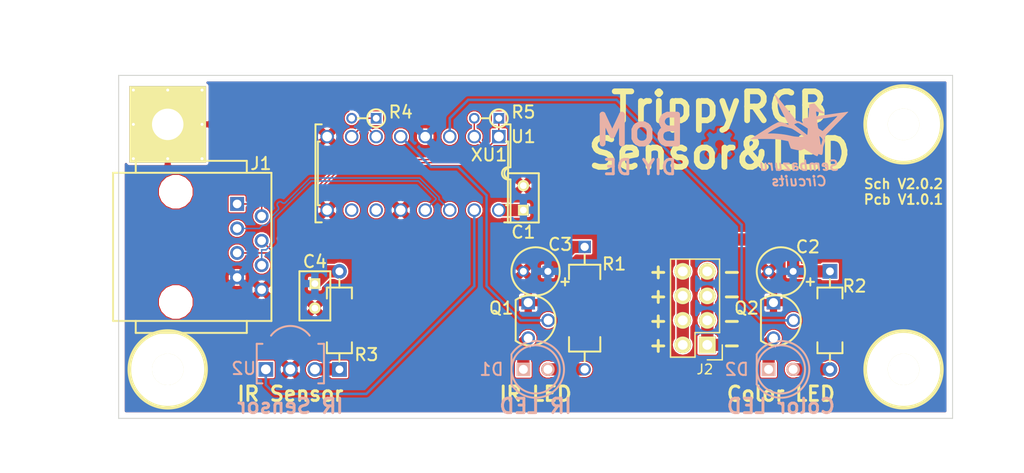
<source format=kicad_pcb>
(kicad_pcb (version 4) (host pcbnew 4.0.5)
  (title_block (title "1.0.1 Add termination resistors for differential inputs.") (date 2017-01-20) (rev "1.0.0 Initial Release to OSHPark."))
  (layers (0 F.Cu signal) (31 B.Cu signal) (34 B.Paste user) (35 F.Paste user) (36 B.SilkS user) (37 F.SilkS user) (38 B.Mask user) (39 F.Mask user) (44 Edge.Cuts user))
  (net 0 "")
  (net 1 +5V)
  (net 2 GND)
  (net 3 "Net-(D1-Pad1)")
  (net 4 "Net-(D1-Pad2)")
  (net 5 "Net-(D2-Pad1)")
  (net 6 "Net-(D2-Pad2)")
  (net 7 /~IR_Osc+)
  (net 8 /~IR_Osc-)
  (net 9 /~Sensor+)
  (net 10 /LED+)
  (net 11 /LED-)
  (net 12 /~Sensor-)
  (net 13 /LED)
  (net 14 /~IR_Osc)
  (net 15 /~Sensor)
  (net 16 "Net-(R3-Pad1)")
  (module ipc-7251TH-non-standard:TO_VISHAY_TSOP3nnnnn (layer B.Cu) (at 132.08 114.3)
    (fp_text reference U2 (at -2.286 -0.092) (layer B.SilkS) (effects (font (size 1.27 1.27) (thickness 0.2032)) (justify mirror)))
    (fp_text value TSOP32138)
    (pad 1 thru_hole rect (at 0 0) (size 1.52 1.52) (drill 1.01) (layers *.Cu *.Mask) (net 15 /~Sensor))
    (pad 2 thru_hole circle (at 2.54 0) (size 1.52 1.52) (drill 1.01) (layers *.Cu *.Mask) (net 2 GND))
    (pad 3 thru_hole circle (at 5.08 0) (size 1.52 1.52) (drill 1.01) (layers *.Cu *.Mask) (net 16 "Net-(R3-Pad1)"))
  )
  (module ipc-7251TH-standard:RESAD1270W60L900D323 (layer F.Cu) (at 165.1 101.6 270)
    (fp_text reference R1 (at 1.778 -3.048 360) (layer F.SilkS) (effects (font (size 1.27 1.27) (thickness 0.2032))))
    (fp_text value "33Ω 1/2W")
    (pad 1 thru_hole rect (at 0 0 270) (size 1.28 1.28) (drill 0.85) (layers *.Cu *.Mask) (net 1 +5V))
    (pad 2 thru_hole circle (at 12.7 0 270) (size 1.28 1.28) (drill 0.85) (layers *.Cu *.Mask) (net 4 "Net-(D1-Pad2)"))
  )
  (module ipc-7251TH-standard:RESAD1016W56L681D259 (layer F.Cu) (at 190.5 109.22 270)
    (fp_text reference R2 (at -3.556 -2.54 360) (layer F.SilkS) (effects (font (size 1.27 1.27) (thickness 0.2032))))
    (fp_text value 180Ω)
    (pad 1 thru_hole rect (at -5.08 0 270) (size 1.53 1.53) (drill 0.8128) (layers *.Cu *.Mask) (net 1 +5V))
    (pad 2 thru_hole circle (at 5.08 0 270) (size 1.53 1.53) (drill 0.8128) (layers *.Cu *.Mask) (net 6 "Net-(D2-Pad2)"))
  )
  (module ipc-7251TH-standard:RESAD1016W56L681D259 (layer F.Cu) (at 139.7 109.22 90)
    (fp_text reference R3 (at -3.556 2.794 180) (layer F.SilkS) (effects (font (size 1.27 1.27) (thickness 0.2032))))
    (fp_text value 180Ω)
    (pad 1 thru_hole rect (at -5.08 0 90) (size 1.53 1.53) (drill 0.8128) (layers *.Cu *.Mask) (net 16 "Net-(R3-Pad1)"))
    (pad 2 thru_hole circle (at 5.08 0 90) (size 1.53 1.53) (drill 0.8128) (layers *.Cu *.Mask) (net 1 +5V))
  )
  (module ipc-7251TH-standard:LEDRD254W50D500H960P (layer B.Cu) (at 185.42 114.3)
    (fp_text reference D2 (at -4.572 0) (layer B.SilkS) (effects (font (size 1.27 1.27) (thickness 0.2032)) (justify mirror)))
    (fp_text value "RGB Slow Flashing")
    (pad 1 thru_hole rect (at -1.27 0) (size 1.4 1.4) (drill 0.93) (layers *.Cu *.Mask B.SilkS) (net 5 "Net-(D2-Pad1)"))
    (pad 2 thru_hole circle (at 1.27 0) (size 1.4 1.4) (drill 0.93) (layers *.Cu *.Mask B.SilkS) (net 6 "Net-(D2-Pad2)"))
  )
  (module ipc-7251TH-standard:LEDRD254W50D500H960P (layer B.Cu) (at 160.02 114.3)
    (fp_text reference D1 (at -4.572 0) (layer B.SilkS) (effects (font (size 1.27 1.27) (thickness 0.2032)) (justify mirror)))
    (fp_text value "IR 950nm")
    (pad 1 thru_hole rect (at -1.27 0) (size 1.4 1.4) (drill 0.93) (layers *.Cu *.Mask B.SilkS) (net 3 "Net-(D1-Pad1)"))
    (pad 2 thru_hole circle (at 1.27 0) (size 1.4 1.4) (drill 0.93) (layers *.Cu *.Mask B.SilkS) (net 4 "Net-(D1-Pad2)"))
  )
  (module ipc-7251TH-standard:CAPRR254W51L508T318H660P (layer F.Cu) (at 158.75 96.52 90)
    (fp_text reference C1 (at -3.556 0 360) (layer F.SilkS) (effects (font (size 1.27 1.27) (thickness 0.2032))))
    (fp_text value 0.1µF)
    (pad 1 thru_hole rect (at -1.27 0 90) (size 1.12014 1.12014) (drill 0.70104) (layers *.Cu *.Mask F.SilkS) (net 1 +5V))
    (pad 2 thru_hole circle (at 1.27 0 90) (size 1.19888 1.19888) (drill 0.70104) (layers *.Cu *.Mask F.SilkS) (net 2 GND))
  )
  (module Pin_Headers:Pin_Header_Straight_2x04 (layer F.Cu) (at 177.8 111.76 180)
    (fp_text reference J2 (at 0.254 -2.54 180) (layer F.SilkS))
    (fp_text value CONN_02X04)
    (pad 1 thru_hole rect (at 0 0 180) (size 1.7272 1.7272) (drill 1.016) (layers *.Cu *.Mask F.SilkS) (net 5 "Net-(D2-Pad1)"))
    (pad 2 thru_hole oval (at 2.54 0 180) (size 1.7272 1.7272) (drill 1.016) (layers *.Cu *.Mask F.SilkS) (net 1 +5V))
    (pad 3 thru_hole oval (at 0 2.54 180) (size 1.7272 1.7272) (drill 1.016) (layers *.Cu *.Mask F.SilkS) (net 5 "Net-(D2-Pad1)"))
    (pad 4 thru_hole oval (at 2.54 2.54 180) (size 1.7272 1.7272) (drill 1.016) (layers *.Cu *.Mask F.SilkS) (net 1 +5V))
    (pad 5 thru_hole oval (at 0 5.08 180) (size 1.7272 1.7272) (drill 1.016) (layers *.Cu *.Mask F.SilkS) (net 5 "Net-(D2-Pad1)"))
    (pad 6 thru_hole oval (at 2.54 5.08 180) (size 1.7272 1.7272) (drill 1.016) (layers *.Cu *.Mask F.SilkS) (net 1 +5V))
    (pad 7 thru_hole oval (at 0 7.62 180) (size 1.7272 1.7272) (drill 1.016) (layers *.Cu *.Mask F.SilkS) (net 5 "Net-(D2-Pad1)"))
    (pad 8 thru_hole oval (at 2.54 7.62 180) (size 1.7272 1.7272) (drill 1.016) (layers *.Cu *.Mask F.SilkS) (net 1 +5V))
  )
  (module ipc-7251TH-standard:MTGP794H326V8P (layer F.Cu) (at 121.92 88.9)
    (fp_text reference MH1 hide)
    (fp_text value "#4 PTH" hide)
    (pad 0 thru_hole rect (at 0 0) (size 7.94 7.94) (drill 3.26) (layers *.Cu *.Mask F.SilkS) (net 2 GND))
    (pad 0 thru_hole rect (at 0 3.556) (size 0.762 0.762) (drill 0.3048) (layers *.Cu *.Mask F.SilkS) (net 2 GND))
    (pad 0 thru_hole rect (at 3.556 3.556) (size 0.762 0.762) (drill 0.3048) (layers *.Cu *.Mask F.SilkS) (net 2 GND))
    (pad 0 thru_hole rect (at 3.556 0) (size 0.762 0.762) (drill 0.3048) (layers *.Cu *.Mask F.SilkS) (net 2 GND))
    (pad 0 thru_hole rect (at 3.556 -3.556) (size 0.762 0.762) (drill 0.3048) (layers *.Cu *.Mask F.SilkS) (net 2 GND))
    (pad 0 thru_hole rect (at 0 -3.556) (size 0.762 0.762) (drill 0.3048) (layers *.Cu *.Mask F.SilkS) (net 2 GND))
    (pad 0 thru_hole rect (at -3.556 -3.556) (size 0.762 0.762) (drill 0.3048) (layers *.Cu *.Mask F.SilkS) (net 2 GND))
    (pad 0 thru_hole rect (at -3.556 0) (size 0.762 0.762) (drill 0.3048) (layers *.Cu *.Mask F.SilkS) (net 2 GND))
    (pad 0 thru_hole rect (at -3.556 3.556) (size 0.762 0.762) (drill 0.3048) (layers *.Cu *.Mask F.SilkS) (net 2 GND))
  )
  (module ipc-7251TH-standard:MTGNP794H326Z794P (layer F.Cu) (at 198.12 114.3)
    (fp_text reference MH2 hide)
    (fp_text value "#4 NPTH" hide)
    (pad "" np_thru_hole circle (at 0 0) (size 3.26 3.26) (drill 3.26) (layers *.Cu *.Mask F.SilkS) (clearance 2.34))
  )
  (module ipc-7251TH-standard:MTGNP794H326Z794P (layer F.Cu) (at 121.92 114.3)
    (fp_text reference MH3 hide)
    (fp_text value "#4 NPTH" hide)
    (pad "" np_thru_hole circle (at 0 0) (size 3.26 3.26) (drill 3.26) (layers *.Cu *.Mask F.SilkS) (clearance 2.34))
  )
  (module ipc-7251TH-standard:MTGNP794H326Z794P (layer F.Cu) (at 198.12 88.9)
    (fp_text reference MH4 hide)
    (fp_text value "#4 NPTH" hide)
    (pad "" np_thru_hole circle (at 0 0) (size 3.26 3.26) (drill 3.26) (layers *.Cu *.Mask F.SilkS) (clearance 2.34))
  )
  (module ipc-7251TH-standard:TO92184P520H734-3 (layer F.Cu) (at 160.02 109.22 270)
    (fp_text reference Q1 (at -1.27 3.556 360) (layer F.SilkS) (effects (font (size 1.27 1.27) (thickness 0.2032))))
    (fp_text value VN3205)
    (pad 1 thru_hole rect (at -1.8415 0.7685 270) (size 1.41 1.41) (drill 0.94) (layers *.Cu *.Mask) (net 2 GND))
    (pad 2 thru_hole circle (at 0 -1.30175 270) (size 1.41 1.41) (drill 0.94) (layers *.Cu *.Mask) (net 14 /~IR_Osc))
    (pad 3 thru_hole circle (at 1.8415 0.7685 270) (size 1.41 1.41) (drill 0.94) (layers *.Cu *.Mask) (net 3 "Net-(D1-Pad1)"))
  )
  (module ipc-7251TH-standard:TO92184P520H734-3 (layer F.Cu) (at 185.42 109.22 270)
    (fp_text reference Q2 (at -1.27 3.556 360) (layer F.SilkS) (effects (font (size 1.27 1.27) (thickness 0.2032))))
    (fp_text value VN3205)
    (pad 1 thru_hole rect (at -1.8415 0.7685 270) (size 1.41 1.41) (drill 0.94) (layers *.Cu *.Mask) (net 2 GND))
    (pad 2 thru_hole circle (at 0 -1.30175 270) (size 1.41 1.41) (drill 0.94) (layers *.Cu *.Mask) (net 13 /LED))
    (pad 3 thru_hole circle (at 1.8415 0.7685 270) (size 1.41 1.41) (drill 0.94) (layers *.Cu *.Mask) (net 5 "Net-(D2-Pad1)"))
  )
  (module ipc-7251TH-standard:CAPRR254W51L508T318H660P (layer F.Cu) (at 137.16 106.68 270)
    (fp_text reference C4 (at -3.556 0 360) (layer F.SilkS) (effects (font (size 1.27 1.27) (thickness 0.2032))))
    (fp_text value 0.1µF)
    (pad 1 thru_hole rect (at -1.27 0 270) (size 1.12014 1.12014) (drill 0.70104) (layers *.Cu *.Mask F.SilkS) (net 1 +5V))
    (pad 2 thru_hole circle (at 1.27 0 270) (size 1.19888 1.19888) (drill 0.70104) (layers *.Cu *.Mask F.SilkS) (net 2 GND))
  )
  (module ipc-7251TH-standard:DIPS762W45P254L2019H508Q16 (layer F.Cu) (at 147.32 93.98 180)
    (fp_text reference U1 (at -11.43 3.81 180) (layer F.SilkS) (effects (font (size 1.27 1.27) (thickness 0.2032))))
    (fp_text value 75C1168)
    (pad 1 thru_hole rect (at -8.89 3.81 180) (size 1.4 1.4) (drill 1) (layers *.Cu *.Mask) (net 11 /LED-))
    (pad 2 thru_hole circle (at -6.35 3.81 180) (size 1.4 1.4) (drill 1) (layers *.Cu *.Mask) (net 10 /LED+))
    (pad 3 thru_hole circle (at -3.81 3.81 180) (size 1.4 1.4) (drill 1) (layers *.Cu *.Mask) (net 13 /LED))
    (pad 4 thru_hole circle (at -1.27 3.81 180) (size 1.4 1.4) (drill 1) (layers *.Cu *.Mask) (net 1 +5V))
    (pad 5 thru_hole circle (at 1.27 3.81 180) (size 1.4 1.4) (drill 1) (layers *.Cu *.Mask) (net 14 /~IR_Osc))
    (pad 6 thru_hole circle (at 3.81 3.81 180) (size 1.4 1.4) (drill 1) (layers *.Cu *.Mask) (net 7 /~IR_Osc+))
    (pad 7 thru_hole circle (at 6.35 3.81 180) (size 1.4 1.4) (drill 1) (layers *.Cu *.Mask) (net 8 /~IR_Osc-))
    (pad 8 thru_hole circle (at 8.89 3.81 180) (size 1.4 1.4) (drill 1) (layers *.Cu *.Mask) (net 2 GND))
    (pad 9 thru_hole circle (at 8.89 -3.81 180) (size 1.4 1.4) (drill 1) (layers *.Cu *.Mask) (net 2 GND))
    (pad 10 thru_hole circle (at 6.35 -3.81 180) (size 1.4 1.4) (drill 1) (layers *.Cu *.Mask))
    (pad 11 thru_hole circle (at 3.81 -3.81 180) (size 1.4 1.4) (drill 1) (layers *.Cu *.Mask))
    (pad 12 thru_hole circle (at 1.27 -3.81 180) (size 1.4 1.4) (drill 1) (layers *.Cu *.Mask) (net 2 GND))
    (pad 13 thru_hole circle (at -1.27 -3.81 180) (size 1.4 1.4) (drill 1) (layers *.Cu *.Mask) (net 12 /~Sensor-))
    (pad 14 thru_hole circle (at -3.81 -3.81 180) (size 1.4 1.4) (drill 1) (layers *.Cu *.Mask) (net 9 /~Sensor+))
    (pad 15 thru_hole circle (at -6.35 -3.81 180) (size 1.4 1.4) (drill 1) (layers *.Cu *.Mask) (net 15 /~Sensor))
    (pad 16 thru_hole circle (at -8.89 -3.81 180) (size 1.4 1.4) (drill 1) (layers *.Cu *.Mask) (net 1 +5V))
  )
  (module ipc-7251TH-standard:DIPfS794W45P254L1969H508Q16 (layer F.Cu) (at 147.32 93.98 180)
    (fp_text reference XU1 (at -7.874 1.905 360) (layer F.SilkS) (effects (font (size 1.27 1.27) (thickness 0.2032))))
    (fp_text value IC_Socket16)
  )
  (module ipc-7251TH-standard:CAPPRD254W50D500H850 (layer F.Cu) (at 160.02 104.14 180)
    (fp_text reference C3 (at -2.54 2.794 180) (layer F.SilkS) (effects (font (size 1.27 1.27) (thickness 0.2032))))
    (fp_text value 1µF)
    (fp_text user + (at -3.048 -1.016 180) (layer F.SilkS) (effects (font (thickness 0.2032))))
    (pad 1 thru_hole rect (at -1.27 0 180) (size 1.12 1.12) (drill 0.72) (layers *.Cu *.Mask) (net 1 +5V))
    (pad 2 thru_hole circle (at 1.27 0 180) (size 1.12 1.12) (drill 0.72) (layers *.Cu *.Mask) (net 2 GND))
  )
  (module ipc-7251TH-standard:CAPPRD254W50D500H850 (layer F.Cu) (at 185.42 104.14 180)
    (fp_text reference C2 (at -2.794 2.54 180) (layer F.SilkS) (effects (font (size 1.27 1.27) (thickness 0.2032))))
    (fp_text value 1µF)
    (fp_text user + (at -3.048 -1.016 180) (layer F.SilkS) (effects (font (thickness 0.2032))))
    (pad 1 thru_hole rect (at -1.27 0 180) (size 1.12 1.12) (drill 0.72) (layers *.Cu *.Mask) (net 1 +5V))
    (pad 2 thru_hole circle (at 1.27 0 180) (size 1.12 1.12) (drill 0.72) (layers *.Cu *.Mask) (net 2 GND))
  )
  (module ipc-7251TH-connectors:WURTH_615008144221 (layer F.Cu) (at 129.11 97.15 270)
    (fp_text reference J1 (at -4.186 -2.462 360) (layer F.SilkS) (effects (font (size 1.27 1.27) (thickness 0.2032))))
    (fp_text value RJ45-Unshielded)
    (pad 1 thru_hole rect (at 0 0 270) (size 1.44 1.44) (drill 0.9) (layers *.Cu *.Mask) (net 7 /~IR_Osc+))
    (pad 2 thru_hole circle (at 1.27 -2.54 270) (size 1.44 1.44) (drill 0.9) (layers *.Cu *.Mask) (net 8 /~IR_Osc-))
    (pad 3 thru_hole circle (at 2.54 0 270) (size 1.44 1.44) (drill 0.9) (layers *.Cu *.Mask) (net 9 /~Sensor+))
    (pad 4 thru_hole circle (at 3.81 -2.54 270) (size 1.44 1.44) (drill 0.9) (layers *.Cu *.Mask) (net 10 /LED+))
    (pad 5 thru_hole circle (at 5.08 0 270) (size 1.44 1.44) (drill 0.9) (layers *.Cu *.Mask) (net 11 /LED-))
    (pad 6 thru_hole circle (at 6.35 -2.54 270) (size 1.44 1.44) (drill 0.9) (layers *.Cu *.Mask) (net 12 /~Sensor-))
    (pad 7 thru_hole circle (at 7.62 0 270) (size 1.44 1.44) (drill 0.9) (layers *.Cu *.Mask) (net 1 +5V))
    (pad 8 thru_hole circle (at 8.89 -2.54 270) (size 1.44 1.44) (drill 0.9) (layers *.Cu *.Mask) (net 2 GND))
    (pad "" np_thru_hole circle (at 10.165 6.35 270) (size 3.17 3.17) (drill 3.17) (layers *.Cu *.Mask))
    (pad "" np_thru_hole circle (at -1.265 6.35 270) (size 3.17 3.17) (drill 3.17) (layers *.Cu *.Mask))
  )
  (module logos:OSHW_03mm_copper_noMask (layer B.Cu) (at 179.07 90.805 180)
    (fp_text reference G*** hide)
    (fp_text value LOGO hide)
    (fp_poly (pts (xy -1.01092 -1.4986) (xy -0.99314 -1.48844) (xy -0.95504 -1.46558) (xy -0.89916 -1.42748) (xy -0.83312 -1.3843) (xy -0.76708 -1.33858) (xy -0.7112 -1.30302) (xy -0.6731 -1.27762) (xy -0.65786 -1.27) (xy -0.65024 -1.27254) (xy -0.61722 -1.28778) (xy -0.57404 -1.31064) (xy -0.5461 -1.32588) (xy -0.50546 -1.34366) (xy -0.4826 -1.3462) (xy -0.48006 -1.34112) (xy -0.46482 -1.31064) (xy -0.44196 -1.25476) (xy -0.40894 -1.18364) (xy -0.37338 -1.09728) (xy -0.33528 -1.00584) (xy -0.29464 -0.9144) (xy -0.25908 -0.8255) (xy -0.22606 -0.74422) (xy -0.20066 -0.67818) (xy -0.18288 -0.635) (xy -0.17526 -0.61468) (xy -0.1778 -0.6096) (xy -0.19812 -0.58928) (xy -0.23622 -0.56388) (xy -0.31496 -0.49784) (xy -0.3937 -0.40132) (xy -0.43942 -0.2921) (xy -0.4572 -0.16764) (xy -0.44196 -0.05334) (xy -0.39878 0.05334) (xy -0.32258 0.1524) (xy -0.2286 0.22606) (xy -0.12192 0.27178) (xy 0 0.28702) (xy 0.1143 0.27432) (xy 0.22606 0.2286) (xy 0.32512 0.15494) (xy 0.3683 0.10668) (xy 0.42418 0.00762) (xy 0.4572 -0.09906) (xy 0.45974 -0.127) (xy 0.45466 -0.24384) (xy 0.42164 -0.3556) (xy 0.35814 -0.45466) (xy 0.27432 -0.53848) (xy 0.26162 -0.5461) (xy 0.22352 -0.57658) (xy 0.19558 -0.5969) (xy 0.17526 -0.61214) (xy 0.32512 -0.97282) (xy 0.34798 -1.0287) (xy 0.38862 -1.12776) (xy 0.42418 -1.21158) (xy 0.45466 -1.28016) (xy 0.47498 -1.32588) (xy 0.4826 -1.34366) (xy 0.4826 -1.34366) (xy 0.49784 -1.3462) (xy 0.52324 -1.33604) (xy 0.57404 -1.31318) (xy 0.60706 -1.2954) (xy 0.64516 -1.27762) (xy 0.66294 -1.27) (xy 0.67818 -1.27762) (xy 0.71374 -1.30048) (xy 0.76708 -1.33604) (xy 0.83312 -1.38176) (xy 0.89408 -1.4224) (xy 0.94996 -1.4605) (xy 0.9906 -1.4859) (xy 1.01092 -1.49606) (xy 1.01346 -1.49606) (xy 1.03124 -1.4859) (xy 1.06426 -1.4605) (xy 1.11252 -1.41478) (xy 1.1811 -1.3462) (xy 1.19126 -1.3335) (xy 1.24968 -1.27762) (xy 1.2954 -1.22936) (xy 1.32588 -1.1938) (xy 1.33858 -1.17856) (xy 1.33858 -1.17856) (xy 1.32842 -1.15824) (xy 1.30048 -1.1176) (xy 1.26492 -1.05918) (xy 1.2192 -0.99314) (xy 1.09982 -0.82042) (xy 1.16586 -0.65786) (xy 1.18618 -0.60706) (xy 1.21158 -0.5461) (xy 1.22936 -0.50292) (xy 1.23952 -0.48514) (xy 1.2573 -0.47752) (xy 1.30048 -0.46736) (xy 1.36652 -0.45466) (xy 1.44272 -0.43942) (xy 1.51638 -0.42672) (xy 1.58242 -0.41402) (xy 1.63068 -0.40386) (xy 1.65354 -0.40132) (xy 1.65862 -0.39624) (xy 1.6637 -0.38608) (xy 1.66624 -0.36322) (xy 1.66624 -0.32258) (xy 1.66878 -0.25908) (xy 1.66878 -0.16764) (xy 1.66878 -0.15748) (xy 1.66624 -0.07112) (xy 1.66624 0) (xy 1.6637 0.04318) (xy 1.66116 0.06096) (xy 1.66116 0.06096) (xy 1.6383 0.06604) (xy 1.59258 0.0762) (xy 1.52654 0.0889) (xy 1.4478 0.10414) (xy 1.44272 0.10668) (xy 1.36398 0.12192) (xy 1.2954 0.13462) (xy 1.24968 0.14478) (xy 1.2319 0.1524) (xy 1.22682 0.15748) (xy 1.21158 0.18796) (xy 1.18872 0.23622) (xy 1.16078 0.29718) (xy 1.13538 0.35814) (xy 1.11506 0.41402) (xy 1.09982 0.4572) (xy 1.09474 0.47498) (xy 1.09474 0.47498) (xy 1.10744 0.4953) (xy 1.13284 0.53594) (xy 1.17094 0.59182) (xy 1.2192 0.6604) (xy 1.22174 0.66548) (xy 1.26746 0.73152) (xy 1.30302 0.7874) (xy 1.32842 0.82804) (xy 1.33858 0.84582) (xy 1.33604 0.84836) (xy 1.32334 0.86614) (xy 1.28778 0.90424) (xy 1.23952 0.95504) (xy 1.1811 1.016) (xy 1.16332 1.03378) (xy 1.09728 1.09728) (xy 1.05156 1.13792) (xy 1.02362 1.16078) (xy 1.01092 1.16586) (xy 1.01092 1.16586) (xy 0.9906 1.15316) (xy 0.94742 1.12522) (xy 0.89154 1.08712) (xy 0.82296 1.0414) (xy 0.81788 1.03632) (xy 0.75184 0.9906) (xy 0.69596 0.95504) (xy 0.65786 0.9271) (xy 0.64008 0.91694) (xy 0.63754 0.91694) (xy 0.6096 0.92456) (xy 0.56134 0.94234) (xy 0.50292 0.9652) (xy 0.44196 0.9906) (xy 0.38608 1.01346) (xy 0.3429 1.03124) (xy 0.32512 1.04394) (xy 0.32258 1.04394) (xy 0.3175 1.06934) (xy 0.3048 1.1176) (xy 0.28956 1.18618) (xy 0.27432 1.27) (xy 0.27178 1.2827) (xy 0.25654 1.36144) (xy 0.24384 1.42748) (xy 0.23622 1.4732) (xy 0.23114 1.49098) (xy 0.21844 1.49352) (xy 0.18034 1.49606) (xy 0.12192 1.4986) (xy 0.0508 1.4986) (xy -0.0254 1.4986) (xy -0.09906 1.49606) (xy -0.16002 1.49606) (xy -0.20574 1.49098) (xy -0.22606 1.48844) (xy -0.22606 1.4859) (xy -0.23368 1.46304) (xy -0.24384 1.41224) (xy -0.25654 1.34366) (xy -0.27432 1.26238) (xy -0.27686 1.24714) (xy -0.2921 1.1684) (xy -0.3048 1.10236) (xy -0.31496 1.05664) (xy -0.32004 1.03886) (xy -0.32512 1.03632) (xy -0.35814 1.02108) (xy -0.41148 1.00076) (xy -0.47752 0.97282) (xy -0.62992 0.91186) (xy -0.81788 1.03886) (xy -0.83566 1.05156) (xy -0.9017 1.09728) (xy -0.95758 1.13538) (xy -0.99568 1.15824) (xy -1.01346 1.1684) (xy -1.01346 1.1684) (xy -1.03378 1.15062) (xy -1.06934 1.1176) (xy -1.12014 1.0668) (xy -1.17856 1.00838) (xy -1.22428 0.9652) (xy -1.27508 0.91186) (xy -1.3081 0.8763) (xy -1.32588 0.85344) (xy -1.33096 0.84074) (xy -1.33096 0.83058) (xy -1.31826 0.8128) (xy -1.29032 0.76962) (xy -1.25222 0.71374) (xy -1.2065 0.6477) (xy -1.1684 0.59182) (xy -1.12776 0.52832) (xy -1.10236 0.48514) (xy -1.0922 0.46228) (xy -1.09474 0.45212) (xy -1.10744 0.41656) (xy -1.1303 0.36068) (xy -1.15824 0.29464) (xy -1.22428 0.14732) (xy -1.3208 0.127) (xy -1.37922 0.11684) (xy -1.46304 0.1016) (xy -1.54178 0.08636) (xy -1.6637 0.06096) (xy -1.66878 -0.38862) (xy -1.64846 -0.39624) (xy -1.63068 -0.40132) (xy -1.58496 -0.41148) (xy -1.52146 -0.42418) (xy -1.44272 -0.43942) (xy -1.37922 -0.45212) (xy -1.31318 -0.46482) (xy -1.26492 -0.47244) (xy -1.2446 -0.47752) (xy -1.23952 -0.48514) (xy -1.22174 -0.51562) (xy -1.19888 -0.56642) (xy -1.17348 -0.62738) (xy -1.14554 -0.69088) (xy -1.12268 -0.7493) (xy -1.10744 -0.79502) (xy -1.09982 -0.81788) (xy -1.10998 -0.83566) (xy -1.13538 -0.87376) (xy -1.17094 -0.92964) (xy -1.21666 -0.99568) (xy -1.25984 -1.05918) (xy -1.29794 -1.1176) (xy -1.32334 -1.1557) (xy -1.33604 -1.17602) (xy -1.33096 -1.18872) (xy -1.30302 -1.2192) (xy -1.25476 -1.27) (xy -1.1811 -1.34366) (xy -1.1684 -1.35382) (xy -1.10998 -1.41224) (xy -1.06172 -1.45796) (xy -1.02616 -1.48844) (xy -1.01092 -1.4986)) (layer B.Cu) (width 0.00254))
  )
  (module logos:crane_0.40in_silkscreen (layer B.Cu) (at 187.325 88.9 180)
    (fp_text reference G*** hide)
    (fp_text value LOGO hide)
  )
  (module ipc-7251TH-standard:RESADV254W45L350D185 (layer F.Cu) (at 143.51 88.265 180)
    (fp_text reference R4 (at -2.54 0.635 180) (layer F.SilkS) (effects (font (size 1.27 1.27) (thickness 0.2032))))
    (fp_text value 100Ω)
    (pad 1 thru_hole rect (at 0 0 180) (size 1.10744 1.10744) (drill 0.70104) (layers *.Cu *.Mask) (net 7 /~IR_Osc+))
    (pad 2 thru_hole circle (at 2.54 0 180) (size 1.10744 1.10744) (drill 0.70104) (layers *.Cu *.Mask) (net 8 /~IR_Osc-))
  )
  (module ipc-7251TH-standard:RESADV254W45L350D185 (layer F.Cu) (at 156.21 88.265 180)
    (fp_text reference R5 (at -2.54 0.635 180) (layer F.SilkS) (effects (font (size 1.27 1.27) (thickness 0.2032))))
    (fp_text value 100Ω)
    (pad 1 thru_hole rect (at 0 0 180) (size 1.10744 1.10744) (drill 0.70104) (layers *.Cu *.Mask) (net 11 /LED-))
    (pad 2 thru_hole circle (at 2.54 0 180) (size 1.10744 1.10744) (drill 0.70104) (layers *.Cu *.Mask) (net 10 /LED+))
  )
  (gr_text "Color LED" (at 185.42 118.11) (layer B.SilkS) (effects (font (size 1.5 1.5) (thickness 0.3)) (justify mirror)))
  (gr_text "IR LED" (at 160.02 118.11) (layer B.SilkS) (effects (font (size 1.5 1.5) (thickness 0.3)) (justify mirror)))
  (gr_text "IR Sensor" (at 134.62 118.11) (layer B.SilkS) (effects (font (size 1.5 1.5) (thickness 0.3)) (justify mirror)))
  (gr_text "Color LED" (at 185.42 116.84) (layer F.SilkS) (effects (font (size 1.5 1.5) (thickness 0.3))))
  (gr_text "IR LED" (at 160.02 116.84) (layer F.SilkS) (effects (font (size 1.5 1.5) (thickness 0.3))))
  (gr_text "IR Sensor" (at 134.62 116.84) (layer F.SilkS) (effects (font (size 1.5 1.5) (thickness 0.3))))
  (gr_text - (at 180.34 111.76) (layer F.SilkS) (effects (font (size 1.5 1.5) (thickness 0.3))))
  (gr_text - (at 180.34 109.22) (layer F.SilkS) (effects (font (size 1.5 1.5) (thickness 0.3))))
  (gr_text - (at 180.34 106.68) (layer F.SilkS) (effects (font (size 1.5 1.5) (thickness 0.3))))
  (gr_text - (at 180.34 104.14) (layer F.SilkS) (effects (font (size 1.5 1.5) (thickness 0.3))))
  (gr_text + (at 172.72 111.76) (layer F.SilkS) (effects (font (size 1.5 1.5) (thickness 0.3))))
  (gr_text + (at 172.72 109.22) (layer F.SilkS) (effects (font (size 1.5 1.5) (thickness 0.3))))
  (gr_text + (at 172.72 106.68) (layer F.SilkS) (effects (font (size 1.5 1.5) (thickness 0.3))))
  (gr_text + (at 172.72 104.14) (layer F.SilkS) (effects (font (size 1.5 1.5) (thickness 0.3))))
  (gr_text "Sch V2.0.2\nPcb V1.0.1" (at 198.12 95.885) (layer F.SilkS) (effects (font (size 1 1) (thickness 0.2))))
  (gr_text "TrippyRGB\nSensor&LED" (at 179.07 89.535) (layer F.SilkS) (effects (font (size 3 3) (thickness 0.6))))
  (gr_text "Sembazuru\nCircuits" (at 187.325 93.98) (layer B.SilkS) (effects (font (size 1 1) (thickness 0.2) italic) (justify mirror)))
  (gr_text "DIY DE" (at 170.815 93.345) (layer B.SilkS) (effects (font (size 1.5 1.5) (thickness 0.3)) (justify mirror)))
  (gr_text BoM (at 170.815 89.535) (layer B.SilkS) (effects (font (size 3 3) (thickness 0.6)) (justify mirror)))
  (gr_line (start 116.84 83.82) (end 116.84 119.38) (angle 90) (layer Edge.Cuts) (width 0.1))
  (gr_line (start 203.2 83.82) (end 116.84 83.82) (angle 90) (layer Edge.Cuts) (width 0.1))
  (gr_line (start 203.2 119.38) (end 203.2 83.82) (angle 90) (layer Edge.Cuts) (width 0.1))
  (gr_line (start 116.84 119.38) (end 203.2 119.38) (angle 90) (layer Edge.Cuts) (width 0.1))
  (segment (start 175.26 106.68) (end 175.26 104.14) (width 1.27) (layer F.Cu) (net 1))
  (segment (start 175.26 109.22) (end 175.26 106.68) (width 1.27) (layer F.Cu) (net 1))
  (segment (start 165.1 101.6) (end 163.83 101.6) (width 1.27) (layer F.Cu) (net 1))
  (segment (start 163.83 101.6) (end 161.29 104.14) (width 1.27) (layer F.Cu) (net 1))
  (segment (start 156.21 97.79) (end 158.75 97.79) (width 1.27) (layer F.Cu) (net 1))
  (segment (start 139.7 104.14) (end 138.43 104.14) (width 1.27) (layer F.Cu) (net 1))
  (segment (start 138.43 104.14) (end 137.16 105.41) (width 1.27) (layer F.Cu) (net 1))
  (segment (start 175.26 104.14) (end 175.26 102.108) (width 1.27) (layer F.Cu) (net 1))
  (segment (start 175.26 102.108) (end 176.53 100.838) (width 1.27) (layer F.Cu) (net 1))
  (segment (start 176.53 100.838) (end 185.218 100.838) (width 1.27) (layer F.Cu) (net 1))
  (segment (start 185.218 100.838) (end 186.69 102.31) (width 1.27) (layer F.Cu) (net 1))
  (segment (start 186.69 102.31) (end 186.69 104.14) (width 1.27) (layer F.Cu) (net 1))
  (segment (start 175.26 111.76) (end 175.26 109.22) (width 1.27) (layer F.Cu) (net 1))
  (segment (start 186.69 104.14) (end 190.5 104.14) (width 1.27) (layer F.Cu) (net 1))
  (segment (start 158.75 114.3) (end 158.75 111.563) (width 1.27) (layer F.Cu) (net 3))
  (segment (start 158.75 111.563) (end 159.2515 111.0615) (width 1.27) (layer F.Cu) (net 3))
  (segment (start 165.1 114.3) (end 161.29 114.3) (width 1.27) (layer F.Cu) (net 4))
  (segment (start 177.8 106.68) (end 177.8 104.14) (width 1.27) (layer F.Cu) (net 5))
  (segment (start 177.8 109.22) (end 177.8 106.68) (width 1.27) (layer F.Cu) (net 5))
  (segment (start 177.8 111.76) (end 177.8 109.22) (width 1.27) (layer F.Cu) (net 5))
  (segment (start 177.8 111.76) (end 183.953 111.76) (width 1.27) (layer F.Cu) (net 5))
  (segment (start 183.953 111.76) (end 184.6515 111.0615) (width 1.27) (layer F.Cu) (net 5))
  (segment (start 183.946501 111.810501) (end 184.15 112.014) (width 1.27) (layer F.Cu) (net 5))
  (segment (start 184.15 112.014) (end 184.15 114.3) (width 1.27) (layer F.Cu) (net 5))
  (segment (start 184.6515 111.0615) (end 183.946501 111.766499) (width 1.27) (layer F.Cu) (net 5))
  (segment (start 183.946501 111.766499) (end 183.946501 111.810501) (width 1.27) (layer F.Cu) (net 5))
  (segment (start 190.5 114.3) (end 186.69 114.3) (width 1.27) (layer F.Cu) (net 6))
  (segment (start 142.398749 88.265) (end 143.51 88.265) (width 0.1524) (layer F.Cu) (net 7))
  (segment (start 129.11 97.15) (end 130.442929 97.15) (width 0.1524) (layer F.Cu) (net 7))
  (segment (start 142.398749 87.564243) (end 142.398749 88.265) (width 0.1524) (layer F.Cu) (net 7))
  (segment (start 142.398749 88.265) (end 142.398749 89.058749) (width 0.1524) (layer F.Cu) (net 7))
  (segment (start 130.442929 97.15) (end 132.55625 95.036679) (width 0.1524) (layer F.Cu) (net 7))
  (segment (start 132.55625 95.036679) (end 132.55625 89.469244) (width 0.1524) (layer F.Cu) (net 7))
  (segment (start 132.55625 89.469244) (end 135.189244 86.83625) (width 0.1524) (layer F.Cu) (net 7))
  (segment (start 135.189244 86.83625) (end 141.670756 86.83625) (width 0.1524) (layer F.Cu) (net 7))
  (segment (start 141.670756 86.83625) (end 142.398749 87.564243) (width 0.1524) (layer F.Cu) (net 7))
  (segment (start 142.398749 89.058749) (end 143.51 90.17) (width 0.1524) (layer F.Cu) (net 7))
  (segment (start 142.081251 88.265) (end 140.97 88.265) (width 0.1524) (layer F.Cu) (net 8))
  (segment (start 131.65 98.42) (end 131.65 97.374506) (width 0.1524) (layer F.Cu) (net 8))
  (segment (start 132.708991 96.002469) (end 132.706899 95.983906) (width 0.1524) (layer F.Cu) (net 8))
  (segment (start 131.65 97.374506) (end 132.87375 96.150756) (width 0.1524) (layer F.Cu) (net 8))
  (segment (start 132.73831 95.485531) (end 132.754128 95.475592) (width 0.1524) (layer F.Cu) (net 8))
  (segment (start 132.87375 96.150756) (end 132.871659 96.132192) (width 0.1524) (layer F.Cu) (net 8))
  (segment (start 132.706899 95.983906) (end 132.706899 95.550756) (width 0.1524) (layer F.Cu) (net 8))
  (segment (start 132.87375 94.500756) (end 132.87375 89.600756) (width 0.1524) (layer F.Cu) (net 8))
  (segment (start 132.7251 96.03592) (end 132.715161 96.020102) (width 0.1524) (layer F.Cu) (net 8))
  (segment (start 132.871659 96.132192) (end 132.865489 96.114559) (width 0.1524) (layer F.Cu) (net 8))
  (segment (start 132.87375 89.600756) (end 135.320756 87.15375) (width 0.1524) (layer F.Cu) (net 8))
  (segment (start 132.865489 96.114559) (end 132.85555 96.098741) (width 0.1524) (layer F.Cu) (net 8))
  (segment (start 132.771761 96.065239) (end 132.754128 96.059069) (width 0.1524) (layer F.Cu) (net 8))
  (segment (start 132.85555 96.098741) (end 132.84234 96.085531) (width 0.1524) (layer F.Cu) (net 8))
  (segment (start 132.73831 96.04913) (end 132.7251 96.03592) (width 0.1524) (layer F.Cu) (net 8))
  (segment (start 133.733079 95.033999) (end 133.710891 94.97059) (width 0.1524) (layer F.Cu) (net 8))
  (segment (start 132.84234 96.085531) (end 132.826522 96.075592) (width 0.1524) (layer F.Cu) (net 8))
  (segment (start 133.67515 95.287802) (end 133.710891 95.230921) (width 0.1524) (layer F.Cu) (net 8))
  (segment (start 132.826522 96.075592) (end 132.808889 96.069422) (width 0.1524) (layer F.Cu) (net 8))
  (segment (start 132.754128 96.059069) (end 132.73831 96.04913) (width 0.1524) (layer F.Cu) (net 8))
  (segment (start 133.627647 94.866206) (end 133.570766 94.830465) (width 0.1524) (layer F.Cu) (net 8))
  (segment (start 132.808889 96.069422) (end 132.771761 96.065239) (width 0.1524) (layer F.Cu) (net 8))
  (segment (start 133.710891 94.97059) (end 133.67515 94.913709) (width 0.1524) (layer F.Cu) (net 8))
  (segment (start 133.710891 95.230921) (end 133.733079 95.167512) (width 0.1524) (layer F.Cu) (net 8))
  (segment (start 133.570766 95.371046) (end 133.627647 95.335305) (width 0.1524) (layer F.Cu) (net 8))
  (segment (start 132.771761 95.469422) (end 132.790325 95.467331) (width 0.1524) (layer F.Cu) (net 8))
  (segment (start 132.715161 96.020102) (end 132.708991 96.002469) (width 0.1524) (layer F.Cu) (net 8))
  (segment (start 142.081251 87.695757) (end 142.081251 88.265) (width 0.1524) (layer F.Cu) (net 8))
  (segment (start 142.081251 88.265) (end 142.081251 89.058749) (width 0.1524) (layer F.Cu) (net 8))
  (segment (start 132.706899 95.550756) (end 132.708991 95.532192) (width 0.1524) (layer F.Cu) (net 8))
  (segment (start 133.440601 94.800756) (end 133.17375 94.800756) (width 0.1524) (layer F.Cu) (net 8))
  (segment (start 142.081251 89.058749) (end 140.97 90.17) (width 0.1524) (layer F.Cu) (net 8))
  (segment (start 132.708991 95.532192) (end 132.715161 95.514559) (width 0.1524) (layer F.Cu) (net 8))
  (segment (start 133.043584 94.771046) (end 132.986703 94.735305) (width 0.1524) (layer F.Cu) (net 8))
  (segment (start 132.715161 95.514559) (end 132.7251 95.498741) (width 0.1524) (layer F.Cu) (net 8))
  (segment (start 133.733079 95.167512) (end 133.740601 95.100756) (width 0.1524) (layer F.Cu) (net 8))
  (segment (start 132.87375 95.400756) (end 133.440601 95.400756) (width 0.1524) (layer F.Cu) (net 8))
  (segment (start 132.7251 95.498741) (end 132.73831 95.485531) (width 0.1524) (layer F.Cu) (net 8))
  (segment (start 133.440601 95.400756) (end 133.507357 95.393234) (width 0.1524) (layer F.Cu) (net 8))
  (segment (start 132.754128 95.475592) (end 132.771761 95.469422) (width 0.1524) (layer F.Cu) (net 8))
  (segment (start 132.903459 94.630921) (end 132.881271 94.567512) (width 0.1524) (layer F.Cu) (net 8))
  (segment (start 132.790325 95.467331) (end 132.87375 95.467331) (width 0.1524) (layer F.Cu) (net 8))
  (segment (start 132.87375 95.467331) (end 132.87375 95.400756) (width 0.1524) (layer F.Cu) (net 8))
  (segment (start 133.507357 95.393234) (end 133.570766 95.371046) (width 0.1524) (layer F.Cu) (net 8))
  (segment (start 133.627647 95.335305) (end 133.67515 95.287802) (width 0.1524) (layer F.Cu) (net 8))
  (segment (start 133.67515 94.913709) (end 133.627647 94.866206) (width 0.1524) (layer F.Cu) (net 8))
  (segment (start 132.881271 94.567512) (end 132.87375 94.500756) (width 0.1524) (layer F.Cu) (net 8))
  (segment (start 133.740601 95.100756) (end 133.733079 95.033999) (width 0.1524) (layer F.Cu) (net 8))
  (segment (start 133.570766 94.830465) (end 133.507357 94.808277) (width 0.1524) (layer F.Cu) (net 8))
  (segment (start 133.507357 94.808277) (end 133.440601 94.800756) (width 0.1524) (layer F.Cu) (net 8))
  (segment (start 133.17375 94.800756) (end 133.106993 94.793234) (width 0.1524) (layer F.Cu) (net 8))
  (segment (start 133.106993 94.793234) (end 133.043584 94.771046) (width 0.1524) (layer F.Cu) (net 8))
  (segment (start 132.986703 94.735305) (end 132.9392 94.687802) (width 0.1524) (layer F.Cu) (net 8))
  (segment (start 132.9392 94.687802) (end 132.903459 94.630921) (width 0.1524) (layer F.Cu) (net 8))
  (segment (start 135.320756 87.15375) (end 141.539244 87.15375) (width 0.1524) (layer F.Cu) (net 8))
  (segment (start 141.539244 87.15375) (end 142.081251 87.695757) (width 0.1524) (layer F.Cu) (net 8))
  (segment (start 129.11 99.69) (end 131.425494 99.69) (width 0.1524) (layer B.Cu) (net 9))
  (segment (start 131.425494 99.69) (end 131.746893 99.368601) (width 0.1524) (layer B.Cu) (net 9))
  (segment (start 132.105329 99.368601) (end 132.598601 98.875329) (width 0.1524) (layer B.Cu) (net 9))
  (segment (start 131.746893 99.368601) (end 132.105329 99.368601) (width 0.1524) (layer B.Cu) (net 9))
  (segment (start 132.598601 98.875329) (end 132.598601 98.516893) (width 0.1524) (layer B.Cu) (net 9))
  (segment (start 133.650211 96.929589) (end 133.703508 96.955257) (width 0.1524) (layer B.Cu) (net 9))
  (segment (start 133.401208 97.63278) (end 133.401208 97.573624) (width 0.1524) (layer B.Cu) (net 9))
  (segment (start 133.401208 97.573624) (end 133.388043 97.515952) (width 0.1524) (layer B.Cu) (net 9))
  (segment (start 148.020756 94.45625) (end 150.018749 96.454243) (width 0.1524) (layer B.Cu) (net 9))
  (segment (start 132.598601 98.516893) (end 133.325494 97.79) (width 0.1524) (layer B.Cu) (net 9))
  (segment (start 133.325494 97.79) (end 133.362378 97.74375) (width 0.1524) (layer B.Cu) (net 9))
  (segment (start 133.90698 97.067855) (end 133.966136 97.067855) (width 0.1524) (layer B.Cu) (net 9))
  (segment (start 133.388043 97.690454) (end 133.401208 97.63278) (width 0.1524) (layer B.Cu) (net 9))
  (segment (start 133.362378 97.74375) (end 133.388043 97.690454) (width 0.1524) (layer B.Cu) (net 9))
  (segment (start 133.74976 96.99214) (end 133.796009 97.029024) (width 0.1524) (layer B.Cu) (net 9))
  (segment (start 133.966136 97.067855) (end 134.02381 97.05469) (width 0.1524) (layer B.Cu) (net 9))
  (segment (start 133.849308 97.05469) (end 133.90698 97.067855) (width 0.1524) (layer B.Cu) (net 9))
  (segment (start 133.28861 97.089057) (end 133.325494 97.042806) (width 0.1524) (layer B.Cu) (net 9))
  (segment (start 133.288611 97.370153) (end 133.262943 97.316856) (width 0.1524) (layer B.Cu) (net 9))
  (segment (start 133.388043 97.515952) (end 133.362377 97.462654) (width 0.1524) (layer B.Cu) (net 9))
  (segment (start 133.262943 97.316856) (end 133.24978 97.259182) (width 0.1524) (layer B.Cu) (net 9))
  (segment (start 133.362377 97.462654) (end 133.325493 97.416404) (width 0.1524) (layer B.Cu) (net 9))
  (segment (start 133.325493 97.416404) (end 133.288611 97.370153) (width 0.1524) (layer B.Cu) (net 9))
  (segment (start 133.24978 97.259182) (end 133.24978 97.200026) (width 0.1524) (layer B.Cu) (net 9))
  (segment (start 133.24978 97.200026) (end 133.262943 97.142354) (width 0.1524) (layer B.Cu) (net 9))
  (segment (start 133.592538 96.916426) (end 133.650211 96.929589) (width 0.1524) (layer B.Cu) (net 9))
  (segment (start 133.262943 97.142354) (end 133.28861 97.089057) (width 0.1524) (layer B.Cu) (net 9))
  (segment (start 134.077107 97.029023) (end 134.123356 96.992141) (width 0.1524) (layer B.Cu) (net 9))
  (segment (start 133.325494 97.042806) (end 133.376161 96.99214) (width 0.1524) (layer B.Cu) (net 9))
  (segment (start 136.659244 94.45625) (end 148.020756 94.45625) (width 0.1524) (layer B.Cu) (net 9))
  (segment (start 133.703508 96.955257) (end 133.74976 96.99214) (width 0.1524) (layer B.Cu) (net 9))
  (segment (start 133.376161 96.99214) (end 133.422412 96.955256) (width 0.1524) (layer B.Cu) (net 9))
  (segment (start 133.422412 96.955256) (end 133.475709 96.929589) (width 0.1524) (layer B.Cu) (net 9))
  (segment (start 133.475709 96.929589) (end 133.533382 96.916426) (width 0.1524) (layer B.Cu) (net 9))
  (segment (start 133.796009 97.029024) (end 133.849308 97.05469) (width 0.1524) (layer B.Cu) (net 9))
  (segment (start 134.02381 97.05469) (end 134.077107 97.029023) (width 0.1524) (layer B.Cu) (net 9))
  (segment (start 133.533382 96.916426) (end 133.592538 96.916426) (width 0.1524) (layer B.Cu) (net 9))
  (segment (start 150.018749 96.678749) (end 151.13 97.79) (width 0.1524) (layer B.Cu) (net 9))
  (segment (start 134.123356 96.992141) (end 134.244731 96.870763) (width 0.1524) (layer B.Cu) (net 9))
  (segment (start 134.244731 96.870763) (end 136.659244 94.45625) (width 0.1524) (layer B.Cu) (net 9))
  (segment (start 150.018749 96.454243) (end 150.018749 96.678749) (width 0.1524) (layer B.Cu) (net 9))
  (segment (start 153.67 90.17) (end 153.67 88.265) (width 0.1524) (layer F.Cu) (net 10))
  (segment (start 133.802379 101.22826) (end 133.760494 101.175736) (width 0.1524) (layer F.Cu) (net 10))
  (segment (start 135.723729 99.562487) (end 135.701541 99.499078) (width 0.1524) (layer F.Cu) (net 10))
  (segment (start 131.65 100.96) (end 132.602501 101.912501) (width 0.1524) (layer F.Cu) (net 10))
  (segment (start 134.803866 99.029244) (end 134.811388 98.962487) (width 0.1524) (layer F.Cu) (net 10))
  (segment (start 133.953263 100.519978) (end 134.184759 100.751474) (width 0.1524) (layer F.Cu) (net 10))
  (segment (start 133.487113 100.89172) (end 133.457965 100.831194) (width 0.1524) (layer F.Cu) (net 10))
  (segment (start 133.447993 101.912501) (end 133.760494 101.6) (width 0.1524) (layer F.Cu) (net 10))
  (segment (start 135.03711 99.321722) (end 134.973701 99.299534) (width 0.1524) (layer F.Cu) (net 10))
  (segment (start 133.457965 100.831194) (end 133.443016 100.765699) (width 0.1524) (layer F.Cu) (net 10))
  (segment (start 132.602501 101.912501) (end 133.447993 101.912501) (width 0.1524) (layer F.Cu) (net 10))
  (segment (start 133.760494 101.6) (end 133.80238 101.547478) (width 0.1524) (layer F.Cu) (net 10))
  (segment (start 133.840215 100.448945) (end 133.90074 100.478093) (width 0.1524) (layer F.Cu) (net 10))
  (segment (start 154.781251 91.374243) (end 154.781251 91.281251) (width 0.1524) (layer F.Cu) (net 10))
  (segment (start 135.498007 98.721722) (end 135.561416 98.699534) (width 0.1524) (layer F.Cu) (net 10))
  (segment (start 134.833576 98.899078) (end 134.869317 98.842197) (width 0.1524) (layer F.Cu) (net 10))
  (segment (start 133.80238 101.547478) (end 133.831526 101.486953) (width 0.1524) (layer F.Cu) (net 10))
  (segment (start 133.846475 101.35428) (end 133.831527 101.288785) (width 0.1524) (layer F.Cu) (net 10))
  (segment (start 133.487113 100.5725) (end 133.528999 100.519977) (width 0.1524) (layer F.Cu) (net 10))
  (segment (start 133.707542 100.433996) (end 133.77472 100.433997) (width 0.1524) (layer F.Cu) (net 10))
  (segment (start 133.831526 101.486953) (end 133.846476 101.421458) (width 0.1524) (layer F.Cu) (net 10))
  (segment (start 133.760494 101.175736) (end 133.528999 100.944241) (width 0.1524) (layer F.Cu) (net 10))
  (segment (start 133.528999 100.944241) (end 133.487113 100.89172) (width 0.1524) (layer F.Cu) (net 10))
  (segment (start 133.831527 101.288785) (end 133.802379 101.22826) (width 0.1524) (layer F.Cu) (net 10))
  (segment (start 135.561416 99.358953) (end 135.498007 99.336765) (width 0.1524) (layer F.Cu) (net 10))
  (segment (start 133.846476 101.421458) (end 133.846475 101.35428) (width 0.1524) (layer F.Cu) (net 10))
  (segment (start 135.73125 98.429244) (end 135.73125 97.089244) (width 0.1524) (layer F.Cu) (net 10))
  (segment (start 135.103866 98.729244) (end 135.43125 98.729244) (width 0.1524) (layer F.Cu) (net 10))
  (segment (start 135.6658 99.442197) (end 135.618297 99.394694) (width 0.1524) (layer F.Cu) (net 10))
  (segment (start 133.443016 100.765699) (end 133.443016 100.698521) (width 0.1524) (layer F.Cu) (net 10))
  (segment (start 133.443016 100.698521) (end 133.457965 100.633026) (width 0.1524) (layer F.Cu) (net 10))
  (segment (start 133.457965 100.633026) (end 133.487113 100.5725) (width 0.1524) (layer F.Cu) (net 10))
  (segment (start 135.701541 98.559409) (end 135.723729 98.496) (width 0.1524) (layer F.Cu) (net 10))
  (segment (start 134.556502 100.793358) (end 134.609022 100.751473) (width 0.1524) (layer F.Cu) (net 10))
  (segment (start 135.618297 98.663793) (end 135.6658 98.61629) (width 0.1524) (layer F.Cu) (net 10))
  (segment (start 134.430481 100.837455) (end 134.495976 100.822506) (width 0.1524) (layer F.Cu) (net 10))
  (segment (start 134.495976 100.822506) (end 134.556502 100.793358) (width 0.1524) (layer F.Cu) (net 10))
  (segment (start 133.528999 100.519977) (end 133.581522 100.478092) (width 0.1524) (layer F.Cu) (net 10))
  (segment (start 133.581522 100.478092) (end 133.642047 100.448946) (width 0.1524) (layer F.Cu) (net 10))
  (segment (start 134.833576 99.159409) (end 134.811388 99.096) (width 0.1524) (layer F.Cu) (net 10))
  (segment (start 133.642047 100.448946) (end 133.707542 100.433996) (width 0.1524) (layer F.Cu) (net 10))
  (segment (start 134.363303 100.837455) (end 134.430481 100.837455) (width 0.1524) (layer F.Cu) (net 10))
  (segment (start 135.03711 98.736765) (end 135.103866 98.729244) (width 0.1524) (layer F.Cu) (net 10))
  (segment (start 134.869317 98.842197) (end 134.91682 98.794694) (width 0.1524) (layer F.Cu) (net 10))
  (segment (start 133.77472 100.433997) (end 133.840215 100.448945) (width 0.1524) (layer F.Cu) (net 10))
  (segment (start 133.90074 100.478093) (end 133.953263 100.519978) (width 0.1524) (layer F.Cu) (net 10))
  (segment (start 134.184759 100.751474) (end 134.237282 100.793358) (width 0.1524) (layer F.Cu) (net 10))
  (segment (start 135.498007 99.336765) (end 135.43125 99.329244) (width 0.1524) (layer F.Cu) (net 10))
  (segment (start 134.237282 100.793358) (end 134.297808 100.822506) (width 0.1524) (layer F.Cu) (net 10))
  (segment (start 134.297808 100.822506) (end 134.363303 100.837455) (width 0.1524) (layer F.Cu) (net 10))
  (segment (start 134.609022 100.751473) (end 134.715086 100.645408) (width 0.1524) (layer F.Cu) (net 10))
  (segment (start 134.715086 100.645408) (end 135.73125 99.629244) (width 0.1524) (layer F.Cu) (net 10))
  (segment (start 135.618297 99.394694) (end 135.561416 99.358953) (width 0.1524) (layer F.Cu) (net 10))
  (segment (start 135.73125 99.629244) (end 135.723729 99.562487) (width 0.1524) (layer F.Cu) (net 10))
  (segment (start 135.701541 99.499078) (end 135.6658 99.442197) (width 0.1524) (layer F.Cu) (net 10))
  (segment (start 135.43125 99.329244) (end 135.103866 99.329244) (width 0.1524) (layer F.Cu) (net 10))
  (segment (start 135.103866 99.329244) (end 135.03711 99.321722) (width 0.1524) (layer F.Cu) (net 10))
  (segment (start 134.973701 99.299534) (end 134.91682 99.263793) (width 0.1524) (layer F.Cu) (net 10))
  (segment (start 134.91682 99.263793) (end 134.869317 99.21629) (width 0.1524) (layer F.Cu) (net 10))
  (segment (start 134.869317 99.21629) (end 134.833576 99.159409) (width 0.1524) (layer F.Cu) (net 10))
  (segment (start 134.811388 99.096) (end 134.803866 99.029244) (width 0.1524) (layer F.Cu) (net 10))
  (segment (start 134.973701 98.758953) (end 135.03711 98.736765) (width 0.1524) (layer F.Cu) (net 10))
  (segment (start 134.811388 98.962487) (end 134.833576 98.899078) (width 0.1524) (layer F.Cu) (net 10))
  (segment (start 134.91682 98.794694) (end 134.973701 98.758953) (width 0.1524) (layer F.Cu) (net 10))
  (segment (start 135.43125 98.729244) (end 135.498007 98.721722) (width 0.1524) (layer F.Cu) (net 10))
  (segment (start 135.561416 98.699534) (end 135.618297 98.663793) (width 0.1524) (layer F.Cu) (net 10))
  (segment (start 135.6658 98.61629) (end 135.701541 98.559409) (width 0.1524) (layer F.Cu) (net 10))
  (segment (start 135.723729 98.496) (end 135.73125 98.429244) (width 0.1524) (layer F.Cu) (net 10))
  (segment (start 135.73125 97.089244) (end 140.269244 92.55125) (width 0.1524) (layer F.Cu) (net 10))
  (segment (start 140.269244 92.55125) (end 153.604244 92.55125) (width 0.1524) (layer F.Cu) (net 10))
  (segment (start 153.604244 92.55125) (end 154.781251 91.374243) (width 0.1524) (layer F.Cu) (net 10))
  (segment (start 154.781251 91.281251) (end 153.67 90.17) (width 0.1524) (layer F.Cu) (net 10))
  (segment (start 156.21 90.17) (end 156.21 88.265) (width 0.1524) (layer F.Cu) (net 11))
  (segment (start 156.21 90.17) (end 155.098749 91.281251) (width 0.1524) (layer F.Cu) (net 11))
  (segment (start 155.098749 91.281251) (end 155.098749 91.505757) (width 0.1524) (layer F.Cu) (net 11))
  (segment (start 155.098749 91.505757) (end 153.735756 92.86875) (width 0.1524) (layer F.Cu) (net 11))
  (segment (start 153.735756 92.86875) (end 140.400756 92.86875) (width 0.1524) (layer F.Cu) (net 11))
  (segment (start 140.400756 92.86875) (end 136.04875 97.220756) (width 0.1524) (layer F.Cu) (net 11))
  (segment (start 136.04875 97.220756) (end 136.04875 99.760756) (width 0.1524) (layer F.Cu) (net 11))
  (segment (start 136.04875 99.760756) (end 133.579506 102.23) (width 0.1524) (layer F.Cu) (net 11))
  (segment (start 133.579506 102.23) (end 133.397755 102.23) (width 0.1524) (layer F.Cu) (net 11))
  (segment (start 133.397755 102.23) (end 129.11 102.23) (width 0.1524) (layer F.Cu) (net 11))
  (segment (start 147.889244 94.77375) (end 149.701251 96.585757) (width 0.1524) (layer B.Cu) (net 12))
  (segment (start 149.701251 96.585757) (end 149.701251 96.678749) (width 0.1524) (layer B.Cu) (net 12))
  (segment (start 149.701251 96.678749) (end 148.59 97.79) (width 0.1524) (layer B.Cu) (net 12))
  (segment (start 136.790756 94.77375) (end 147.889244 94.77375) (width 0.1524) (layer B.Cu) (net 12))
  (segment (start 132.916092 101.097838) (end 132.916092 98.648414) (width 0.1524) (layer B.Cu) (net 12))
  (segment (start 132.916092 98.648414) (end 136.790756 94.77375) (width 0.1524) (layer B.Cu) (net 12))
  (segment (start 131.65 103.5) (end 131.65 101.908601) (width 0.1524) (layer B.Cu) (net 12))
  (segment (start 131.65 101.908601) (end 132.105329 101.908601) (width 0.1524) (layer B.Cu) (net 12))
  (segment (start 132.105329 101.908601) (end 132.916092 101.097838) (width 0.1524) (layer B.Cu) (net 12))
  (segment (start 151.13 90.17) (end 151.13 88.265) (width 0.254) (layer B.Cu) (net 13))
  (segment (start 168.402 86.36) (end 169.672 87.63) (width 0.254) (layer B.Cu) (net 13))
  (segment (start 153.035 86.36) (end 168.402 86.36) (width 0.254) (layer B.Cu) (net 13))
  (segment (start 151.13 88.265) (end 153.035 86.36) (width 0.254) (layer B.Cu) (net 13))
  (segment (start 169.672 87.63) (end 181.356 99.314) (width 0.254) (layer B.Cu) (net 13))
  (segment (start 181.356 107.188) (end 183.388 109.22) (width 0.254) (layer B.Cu) (net 13))
  (segment (start 181.356 99.314) (end 181.356 107.188) (width 0.254) (layer B.Cu) (net 13))
  (segment (start 183.388 109.22) (end 186.72175 109.22) (width 0.254) (layer B.Cu) (net 13))
  (segment (start 146.05 90.17) (end 149.188786 93.308786) (width 0.254) (layer B.Cu) (net 14))
  (segment (start 149.188786 93.308786) (end 151.989212 93.308786) (width 0.254) (layer B.Cu) (net 14))
  (segment (start 151.989212 93.308786) (end 154.94 96.259574) (width 0.254) (layer B.Cu) (net 14))
  (segment (start 154.94 96.259574) (end 154.94 105.664) (width 0.254) (layer B.Cu) (net 14))
  (segment (start 154.94 105.664) (end 158.496 109.22) (width 0.254) (layer B.Cu) (net 14))
  (segment (start 158.496 109.22) (end 161.32175 109.22) (width 0.254) (layer B.Cu) (net 14))
  (segment (start 132.08 115.57) (end 132.08 115.914) (width 0.254) (layer B.Cu) (net 15))
  (segment (start 132.08 114.9) (end 132.08 115.57) (width 0.254) (layer B.Cu) (net 15))
  (segment (start 132.08 115.57) (end 132.08 114.3) (width 0.254) (layer B.Cu) (net 15))
  (segment (start 142.494 116.84) (end 153.67 105.664) (width 0.254) (layer B.Cu) (net 15))
  (segment (start 153.67 105.664) (end 153.67 97.79) (width 0.254) (layer B.Cu) (net 15))
  (segment (start 133.006 116.84) (end 142.494 116.84) (width 0.254) (layer B.Cu) (net 15))
  (segment (start 132.08 115.914) (end 133.006 116.84) (width 0.254) (layer B.Cu) (net 15))
  (segment (start 139.7 114.3) (end 137.16 114.3) (width 1.27) (layer F.Cu) (net 16))
  (zone (net 1) (net_name +5V) (layer B.Cu) (connect_pads (clearance 0.254)) (min_thickness 0.254) (fill yes (arc_segments 16) (thermal_gap 0.508) (thermal_bridge_width 0.762))
    (polygon (pts (xy 117.475 84.455) (xy 202.565 84.455) (xy 202.565 118.745) (xy 117.475 118.745)))
  )
  (zone (net 0) (net_name "") (layer B.Cu) (connect_pads (clearance 0.508)) (min_thickness 0.254)
    (keepout (tracks allowed) (vias allowed) (copperpour not_allowed))
    (fill (arc_segments 16) (thermal_gap 0.508) (thermal_bridge_width 0.508))
    (polygon (pts (xy 173.99 102.87) (xy 176.53 102.87) (xy 176.53 113.03) (xy 173.99 113.03)))
  )
  (zone (net 0) (net_name "") (layer B.Cu) (connect_pads (clearance 0.508)) (min_thickness 0.254)
    (keepout (tracks allowed) (vias allowed) (copperpour not_allowed))
    (fill (arc_segments 16) (thermal_gap 0.508) (thermal_bridge_width 0.508))
    (polygon (pts (xy 189.23 102.87) (xy 191.77 102.87) (xy 191.77 105.41) (xy 189.23 105.41)))
  )
  (zone (net 0) (net_name "") (layer B.Cu) (connect_pads (clearance 0.508)) (min_thickness 0.254)
    (keepout (tracks allowed) (vias allowed) (copperpour not_allowed))
    (fill (arc_segments 16) (thermal_gap 0.508) (thermal_bridge_width 0.508))
    (polygon (pts (xy 163.83 100.33) (xy 166.37 100.33) (xy 166.37 102.87) (xy 163.83 102.87)))
  )
  (zone (net 0) (net_name "") (layer B.Cu) (connect_pads (clearance 0.508)) (min_thickness 0.254)
    (keepout (tracks allowed) (vias allowed) (copperpour not_allowed))
    (fill (arc_segments 16) (thermal_gap 0.508) (thermal_bridge_width 0.508))
    (polygon (pts (xy 138.43 102.87) (xy 140.97 102.87) (xy 140.97 105.41) (xy 138.43 105.41)))
  )
  (zone (net 0) (net_name "") (layer B.Cu) (connect_pads (clearance 0.508)) (min_thickness 0.254)
    (keepout (tracks allowed) (vias allowed) (copperpour not_allowed))
    (fill (arc_segments 16) (thermal_gap 0.508) (thermal_bridge_width 0.508))
    (polygon (pts (xy 154.94 96.52) (xy 157.48 96.52) (xy 157.48 99.06) (xy 154.94 99.06)))
  )
  (zone (net 2) (net_name GND) (layer F.Cu) (connect_pads (clearance 0.1524)) (min_thickness 0.254) (fill yes (arc_segments 16) (thermal_gap 0.254) (thermal_bridge_width 0.762))
    (polygon (pts (xy 117.475 118.745) (xy 202.565 118.745) (xy 202.565 84.455) (xy 117.475 84.455)))
  )
)
</source>
